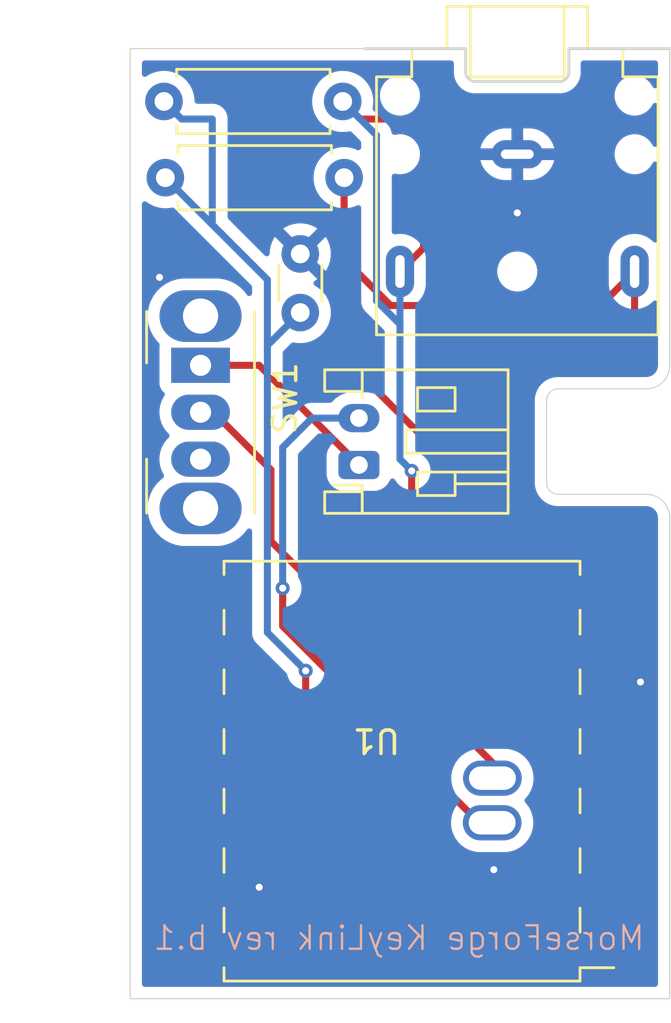
<source format=kicad_pcb>
(kicad_pcb (version 20241229) (generator "pcbnew") (generator_version "9.0")
  (layers (0 "F.Cu" signal) (2 "B.Cu" signal) (13 "F.Paste" user) (15 "B.Paste" user) (5 "F.SilkS" user "F.Silkscreen") (7 "B.SilkS" user "B.Silkscreen") (1 "F.Mask" user) (3 "B.Mask" user) (25 "Edge.Cuts" user))
  (net 0 "")
  (net 1 "Net-(U1-VCC_3V3)")
  (net 2 "GND")
  (net 3 "Net-(J1-Pin_2)")
  (net 12 "/VBAT")
  (net 13 "Net-(SW1-B)")
  (net 14 "Net-(U1-D5)")
  (net 15 "Net-(U1-D6)")
  (net 16 "unconnected-(U1-D1-Pad2)")
  (net 17 "unconnected-(U1-D0-Pad1)")
  (footprint "Button_Switch_THT:SW_Slide_SPDT_Angled_CK_OS102011MA1Q" (layer "F.Cu") (at 90 35 -90)
    (property "Reference" "SW1" (at 1.4 -3.6 270) (layer "F.SilkS"))
    (property "Value" "SW_SPST")
    (fp_line (start -2.3 2.3) (end -0.1 2.3) (stroke (width 0.12)) (layer "F.SilkS"))
    (fp_line (start 4 2.3) (end 6.3 2.3) (stroke (width 0.12)) (layer "F.SilkS"))
    (fp_line (start -2.3 -2.3) (end 6.3 -2.3) (stroke (width 0.12)) (layer "F.SilkS"))
    (pad "" thru_hole oval (at -2.1 0 270) (size 2.2 3.5) (drill 1.5) (layers "*.Cu" "*.Mask"))
    (pad "" thru_hole oval (at 6.1 0 270) (size 2.2 3.5) (drill 1.5) (layers "*.Cu" "*.Mask"))
    (pad "1" thru_hole rect (at 0 0 270) (size 1.5 2.5) (drill 0.9) (layers "*.Cu" "*.Mask") (net 12 "/VBAT"))
    (pad "2" thru_hole oval (at 2 0 270) (size 1.5 2.5) (drill 0.9) (layers "*.Cu" "*.Mask") (net 13 "Net-(SW1-B)"))
    (pad "3" thru_hole oval (at 4 0 270) (size 1.5 2.5) (drill 0.9) (layers "*.Cu" "*.Mask"))
  )
  (footprint "XIAO_ESP32C3:xiao_esp32c3" (layer "F.Cu") (at 97.5 50.5 180)
    (property "Reference" "U1" (at 0 -0.5 180) (layer "F.SilkS"))
    (property "Value" "XIAO ESP32C3")
    (fp_line (start 6.5 6.58) (end 6.5 7.15) (stroke (width 0.12)) (layer "F.SilkS"))
    (fp_line (start 6.5 4.04) (end 6.5 5.06) (stroke (width 0.12)) (layer "F.SilkS"))
    (fp_line (start 6.5 1.5) (end 6.5 2.52) (stroke (width 0.12)) (layer "F.SilkS"))
    (fp_line (start 6.5 -1.04) (end 6.5 -0.02) (stroke (width 0.12)) (layer "F.SilkS"))
    (fp_line (start 6.5 -3.58) (end 6.5 -2.56) (stroke (width 0.12)) (layer "F.SilkS"))
    (fp_line (start 6.5 -6.12) (end 6.5 -5.1) (stroke (width 0.12)) (layer "F.SilkS"))
    (fp_line (start 6.5 -8.66) (end 6.5 -7.64) (stroke (width 0.12)) (layer "F.SilkS"))
    (fp_line (start 6.5 -10.75) (end 6.5 -10.18) (stroke (width 0.12)) (layer "F.SilkS"))
    (fp_line (start -8.675 7.15) (end 6.5 7.15) (stroke (width 0.12)) (layer "F.SilkS"))
    (fp_line (start -8.675 6.58) (end -8.675 7.15) (stroke (width 0.12)) (layer "F.SilkS"))
    (fp_line (start -8.675 4.04) (end -8.675 5.06) (stroke (width 0.12)) (layer "F.SilkS"))
    (fp_line (start -8.675 1.5) (end -8.675 2.52) (stroke (width 0.12)) (layer "F.SilkS"))
    (fp_line (start -8.675 -1.04) (end -8.675 -0.02) (stroke (width 0.12)) (layer "F.SilkS"))
    (fp_line (start -8.675 -3.58) (end -8.675 -2.56) (stroke (width 0.12)) (layer "F.SilkS"))
    (fp_line (start -8.675 -6.12) (end -8.675 -5.1) (stroke (width 0.12)) (layer "F.SilkS"))
    (fp_line (start -8.675 -8.66) (end -8.675 -7.64) (stroke (width 0.12)) (layer "F.SilkS"))
    (fp_line (start -8.675 -10.75) (end 6.5 -10.75) (stroke (width 0.12)) (layer "F.SilkS"))
    (fp_line (start -8.675 -10.75) (end -8.675 -10.18) (stroke (width 0.12)) (layer "F.SilkS"))
    (fp_line (start -10.115 -10.18) (end -8.675 -10.18) (stroke (width 0.12)) (layer "F.SilkS"))
    (pad "1" smd rect (at -8.6 -9.42 180) (size 3.15 1) (layers "F.Cu" "F.Mask" "F.Paste") (net 17 "unconnected-(U1-D0-Pad1)"))
    (pad "2" smd rect (at -8.6 -6.88 180) (size 3.15 1) (layers "F.Cu" "F.Mask" "F.Paste") (net 16 "unconnected-(U1-D1-Pad2)"))
    (pad "3" smd rect (at -8.6 -4.34 180) (size 3.15 1) (layers "F.Cu" "F.Mask" "F.Paste"))
    (pad "4" smd rect (at -8.6 -1.8 180) (size 3.15 1) (layers "F.Cu" "F.Mask" "F.Paste"))
    (pad "5" smd rect (at -8.6 0.74 180) (size 3.15 1) (layers "F.Cu" "F.Mask" "F.Paste"))
    (pad "6" smd rect (at -8.6 3.28 180) (size 3.15 1) (layers "F.Cu" "F.Mask" "F.Paste") (net 14 "Net-(U1-D5)"))
    (pad "7" smd rect (at -8.6 5.82 180) (size 3.15 1) (layers "F.Cu" "F.Mask" "F.Paste") (net 15 "Net-(U1-D6)"))
    (pad "8" smd rect (at 7.425 5.82 180) (size 3.15 1) (layers "F.Cu" "F.Mask" "F.Paste"))
    (pad "9" smd rect (at 7.425 3.28 180) (size 3.15 1) (layers "F.Cu" "F.Mask" "F.Paste"))
    (pad "10" smd rect (at 7.425 0.74 180) (size 3.15 1) (layers "F.Cu" "F.Mask" "F.Paste"))
    (pad "11" smd rect (at 7.425 -1.8 180) (size 3.15 1) (layers "F.Cu" "F.Mask" "F.Paste"))
    (pad "12" smd rect (at 7.425 -4.34 180) (size 3.15 1) (layers "F.Cu" "F.Mask" "F.Paste") (net 1 "Net-(U1-VCC_3V3)"))
    (pad "13" smd rect (at 7.425 -6.88 180) (size 3.15 1) (layers "F.Cu" "F.Mask" "F.Paste") (net 2 "GND"))
    (pad "14" smd rect (at 7.425 -9.42 180) (size 3.15 1) (layers "F.Cu" "F.Mask" "F.Paste"))
    (pad "B+" thru_hole oval (at -4.94 -2.1 180) (size 2.5 1.5) (drill oval 2 1) (layers "*.Cu" "*.Mask") (net 13 "Net-(SW1-B)"))
    (pad "B-" thru_hole oval (at -4.929 -4 180) (size 2.5 1.5) (drill oval 2 1) (layers "*.Cu" "*.Mask") (net 3 "Net-(J1-Pin_2)"))
  )
  (footprint "Capacitor_THT:C_Disc_D3.0mm_W1.6mm_P2.50mm" (layer "F.Cu") (at 94.25 32.75 90)
    (property "Reference" "C1" (hide yes))
    (property "Value" "100nF")
    (fp_line (start 0.485 -0.92) (end 2.015 -0.92) (stroke (width 0.12)) (layer "F.SilkS"))
    (fp_line (start 2.015 0.92) (end 0.485 0.92) (stroke (width 0.12)) (layer "F.SilkS"))
    (pad "1" thru_hole circle (at 0 0 90) (size 1.6 1.6) (drill 0.8) (layers "*.Cu" "*.Mask") (net 1 "Net-(U1-VCC_3V3)"))
    (pad "2" thru_hole circle (at 2.5 0 90) (size 1.6 1.6) (drill 0.8) (layers "*.Cu" "*.Mask") (net 2 "GND"))
  )
  (footprint "Connector_Audio:Jack_3.5mm_CUI_SJ1-3523N_Horizontal" (layer "F.Cu") (at 103.5 26 180)
    (property "Reference" "J2" (hide yes))
    (property "Value" "AudioJack3" (hide yes))
    (fp_line (start 6 3.3) (end 4.5 3.3) (stroke (width 0.12)) (layer "F.SilkS"))
    (fp_line (start 6 -7.7) (end 6 3.3) (stroke (width 0.12)) (layer "F.SilkS"))
    (fp_line (start 4.5 4.5) (end 3 4.5) (stroke (width 0.12)) (layer "F.SilkS"))
    (fp_line (start 4.5 3.3) (end 4.5 4.5) (stroke (width 0.12)) (layer "F.SilkS"))
    (fp_line (start 3 6.3) (end -3 6.3) (stroke (width 0.12)) (layer "F.SilkS"))
    (fp_line (start 3 4.5) (end 3 6.3) (stroke (width 0.12)) (layer "F.SilkS"))
    (fp_line (start 2 6.3) (end 2 3.3) (stroke (width 0.12)) (layer "F.SilkS"))
    (fp_line (start 2 3.3) (end -2 3.3) (stroke (width 0.12)) (layer "F.SilkS"))
    (fp_line (start -2 3.3) (end -2 6.3) (stroke (width 0.12)) (layer "F.SilkS"))
    (fp_line (start -3 6.3) (end -3 4.5) (stroke (width 0.12)) (layer "F.SilkS"))
    (fp_line (start -3 4.5) (end -4.5 4.5) (stroke (width 0.12)) (layer "F.SilkS"))
    (fp_line (start -4.5 4.5) (end -4.5 3.3) (stroke (width 0.12)) (layer "F.SilkS"))
    (fp_line (start -4.5 3.3) (end -6 3.3) (stroke (width 0.12)) (layer "F.SilkS"))
    (fp_line (start -6 3.3) (end -6 -7.7) (stroke (width 0.12)) (layer "F.SilkS"))
    (fp_line (start -6 -7.7) (end 6 -7.7) (stroke (width 0.12)) (layer "F.SilkS"))
    (fp_line (start 2.2 4.5) (end 6.5 4.5) (stroke (width 0.12)) (layer "Edge.Cuts"))
    (fp_line (start 2.2 3.5) (end 2.2 4.5) (stroke (width 0.12)) (layer "Edge.Cuts"))
    (fp_line (start 1.8 3.1) (end -1.8 3.1) (stroke (width 0.12)) (layer "Edge.Cuts"))
    (fp_line (start -2.2 4.5) (end -6.5 4.5) (stroke (width 0.12)) (layer "Edge.Cuts"))
    (fp_line (start -2.2 3.5) (end -2.2 4.5) (stroke (width 0.12)) (layer "Edge.Cuts"))
    (fp_arc (start 1.8 3.1) (mid 2.082843 3.217157) (end 2.2 3.5) (stroke (width 0.12)) (layer "Edge.Cuts"))
    (fp_arc (start -2.2 3.5) (mid -2.082843 3.217158) (end -1.8 3.1) (stroke (width 0.12)) (layer "Edge.Cuts"))
    (pad "" np_thru_hole circle (at -5 0 180) (size 1.2 1.2) (drill 1.2) (layers "*.Cu" "*.Mask"))
    (pad "" np_thru_hole circle (at -5 2.5 180) (size 1.2 1.2) (drill 1.2) (layers "*.Cu" "*.Mask"))
    (pad "" np_thru_hole circle (at 0 -5 180) (size 1.2 1.2) (drill 1.2) (layers "*.Cu" "*.Mask"))
    (pad "" np_thru_hole circle (at 5 0 180) (size 1.2 1.2) (drill 1.2) (layers "*.Cu" "*.Mask"))
    (pad "" np_thru_hole circle (at 5 2.5 180) (size 1.2 1.2) (drill 1.2) (layers "*.Cu" "*.Mask"))
    (pad "R" thru_hole oval (at -5 -5 180) (size 1.2 2.2) (drill oval 0.4 1.4) (layers "*.Cu" "*.Mask") (net 15 "Net-(U1-D6)"))
    (pad "S" thru_hole oval (at 0 0 180) (size 2.2 1.2) (drill oval 1.4 0.4) (layers "*.Cu" "*.Mask") (net 2 "GND"))
    (pad "T" thru_hole oval (at 5 -5) (size 1.2 2.2) (drill oval 0.4 1.4) (layers "*.Cu" "*.Mask") (net 14 "Net-(U1-D5)"))
  )
  (footprint "Resistor_THT:R_Axial_DIN0207_L6.3mm_D2.5mm_P7.62mm_Horizontal" (layer "F.Cu") (at 96.12 27 180)
    (property "Reference" "R2" (hide yes))
    (property "Value" "10k" (hide yes))
    (fp_line (start 7.08 1.37) (end 7.08 1.04) (stroke (width 0.12)) (layer "F.SilkS"))
    (fp_line (start 7.08 -1.37) (end 7.08 -1.04) (stroke (width 0.12)) (layer "F.SilkS"))
    (fp_line (start 0.54 1.37) (end 7.08 1.37) (stroke (width 0.12)) (layer "F.SilkS"))
    (fp_line (start 0.54 1.04) (end 0.54 1.37) (stroke (width 0.12)) (layer "F.SilkS"))
    (fp_line (start 0.54 -1.04) (end 0.54 -1.37) (stroke (width 0.12)) (layer "F.SilkS"))
    (fp_line (start 0.54 -1.37) (end 7.08 -1.37) (stroke (width 0.12)) (layer "F.SilkS"))
    (pad "1" thru_hole circle (at 0 0 180) (size 1.6 1.6) (drill 0.8) (layers "*.Cu" "*.Mask") (net 15 "Net-(U1-D6)"))
    (pad "2" thru_hole circle (at 7.62 0 180) (size 1.6 1.6) (drill 0.8) (layers "*.Cu" "*.Mask") (net 1 "Net-(U1-VCC_3V3)"))
  )
  (footprint "Connector_JST:JST_PH_S2B-PH-K_1x02_P2.00mm_Horizontal" (layer "F.Cu") (at 96.75 39.25 90)
    (property "Reference" "J1" (hide yes))
    (property "Value" "Conn_01x02_Socket" (hide yes))
    (fp_line (start 4.06 -1.46) (end 3.14 -1.46) (stroke (width 0.12)) (layer "F.SilkS"))
    (fp_line (start 3.14 -1.46) (end 3.14 0.14) (stroke (width 0.12)) (layer "F.SilkS"))
    (fp_line (start -1.14 -1.46) (end -2.06 -1.46) (stroke (width 0.12)) (layer "F.SilkS"))
    (fp_line (start -2.06 -1.46) (end -2.06 6.36) (stroke (width 0.12)) (layer "F.SilkS"))
    (fp_line (start 4.06 0.14) (end 3.14 0.14) (stroke (width 0.12)) (layer "F.SilkS"))
    (fp_line (start 3.14 0.14) (end 2.86 0.14) (stroke (width 0.12)) (layer "F.SilkS"))
    (fp_line (start -0.86 0.14) (end -0.86 -1.075) (stroke (width 0.12)) (layer "F.SilkS"))
    (fp_line (start -0.86 0.14) (end -1.14 0.14) (stroke (width 0.12)) (layer "F.SilkS"))
    (fp_line (start -1.14 0.14) (end -1.14 -1.46) (stroke (width 0.12)) (layer "F.SilkS"))
    (fp_line (start -2.06 0.14) (end -1.14 0.14) (stroke (width 0.12)) (layer "F.SilkS"))
    (fp_line (start 1.5 2) (end 1.5 6.36) (stroke (width 0.12)) (layer "F.SilkS"))
    (fp_line (start 0.5 2) (end 1.5 2) (stroke (width 0.12)) (layer "F.SilkS"))
    (fp_line (start -0.3 4.1) (end -0.3 6.36) (stroke (width 0.12)) (layer "F.SilkS"))
    (fp_line (start -0.8 4.1) (end -0.8 6.36) (stroke (width 0.12)) (layer "F.SilkS"))
    (fp_line (start 4.06 6.36) (end 4.06 -1.46) (stroke (width 0.12)) (layer "F.SilkS"))
    (fp_line (start 0.5 6.36) (end 0.5 2) (stroke (width 0.12)) (layer "F.SilkS"))
    (fp_line (start -2.06 6.36) (end 4.06 6.36) (stroke (width 0.12)) (layer "F.SilkS"))
    (fp_rect (start 2.3 2.5) (end 3.3 4.1) (stroke (width 0.12)) (fill no) (layer "F.SilkS"))
    (fp_rect (start -1.3 2.5) (end -0.3 4.1) (stroke (width 0.12)) (fill no) (layer "F.SilkS"))
    (pad "1" thru_hole roundrect (at 0 0 90) (size 1.2 1.75) (drill 0.75) (layers "*.Cu" "*.Mask") (roundrect_rratio 0.208333) (net 12 "/VBAT"))
    (pad "2" thru_hole oval (at 2 0 90) (size 1.2 1.75) (drill 0.75) (layers "*.Cu" "*.Mask") (net 3 "Net-(J1-Pin_2)"))
  )
  (footprint "Resistor_THT:R_Axial_DIN0207_L6.3mm_D2.5mm_P7.62mm_Horizontal" (layer "F.Cu") (at 96.06 23.75 180)
    (property "Reference" "R1" (hide yes))
    (property "Value" "10k" (hide yes))
    (fp_line (start 7.08 1.37) (end 7.08 1.04) (stroke (width 0.12)) (layer "F.SilkS"))
    (fp_line (start 7.08 -1.37) (end 7.08 -1.04) (stroke (width 0.12)) (layer "F.SilkS"))
    (fp_line (start 0.54 1.37) (end 7.08 1.37) (stroke (width 0.12)) (layer "F.SilkS"))
    (fp_line (start 0.54 1.04) (end 0.54 1.37) (stroke (width 0.12)) (layer "F.SilkS"))
    (fp_line (start 0.54 -1.04) (end 0.54 -1.37) (stroke (width 0.12)) (layer "F.SilkS"))
    (fp_line (start 0.54 -1.37) (end 7.08 -1.37) (stroke (width 0.12)) (layer "F.SilkS"))
    (pad "1" thru_hole circle (at 0 0 180) (size 1.6 1.6) (drill 0.8) (layers "*.Cu" "*.Mask") (net 14 "Net-(U1-D5)"))
    (pad "2" thru_hole circle (at 7.62 0 180) (size 1.6 1.6) (drill 0.8) (layers "*.Cu" "*.Mask") (net 1 "Net-(U1-VCC_3V3)"))
  )
  (gr_line (start 97 21.5) (end 95.5 21.5) (stroke (width 0.05)) (layer "Edge.Cuts"))
  (gr_arc (start 109 40.5) (mid 109.707107 40.792893) (end 110 41.5) (stroke (width 0.05)) (layer "Edge.Cuts"))
  (gr_line (start 87 62) (end 95.25 62) (stroke (width 0.05)) (layer "Edge.Cuts"))
  (gr_line (start 110 21.5) (end 110 35) (stroke (width 0.05)) (layer "Edge.Cuts"))
  (gr_line (start 87 21.5) (end 95.5 21.5) (stroke (width 0.05)) (layer "Edge.Cuts"))
  (gr_arc (start 110 35) (mid 109.707107 35.707107) (end 109 36) (stroke (width 0.05)) (layer "Edge.Cuts"))
  (gr_line (start 87 25.75) (end 87 28) (stroke (width 0.05)) (layer "Edge.Cuts"))
  (gr_line (start 105.25 36) (end 109 36) (stroke (width 0.05)) (layer "Edge.Cuts"))
  (gr_line (start 104.75 36.5) (end 104.75 40) (stroke (width 0.05)) (layer "Edge.Cuts"))
  (gr_arc (start 104.75 36.5) (mid 104.896447 36.146447) (end 105.25 36) (stroke (width 0.05)) (layer "Edge.Cuts"))
  (gr_line (start 87 25.75) (end 87 21.5) (stroke (width 0.05)) (layer "Edge.Cuts"))
  (gr_line (start 105.25 40.5) (end 109 40.5) (stroke (width 0.05)) (layer "Edge.Cuts"))
  (gr_line (start 110 41.5) (end 110 62) (stroke (width 0.05)) (layer "Edge.Cuts"))
  (gr_arc (start 105.25 40.5) (mid 104.896447 40.353553) (end 104.75 40) (stroke (width 0.05)) (layer "Edge.Cuts"))
  (gr_line (start 102.5 62) (end 110 62) (stroke (width 0.05)) (layer "Edge.Cuts"))
  (gr_line (start 87 28) (end 87 62) (stroke (width 0.05)) (layer "Edge.Cuts"))
  (gr_line (start 95.25 62) (end 102.5 62) (stroke (width 0.05)) (layer "Edge.Cuts"))
  (gr_text "MorseForge KeyLink rev b.1" (at 109 60 0) (layer "B.SilkS") (effects (font (size 1 1) (thickness 0.1)) (justify left bottom mirror)))
  (segment (start 90.075 54.84) (end 91.15 54.84) (width 0.3) (layer "F.Cu") (net 1))
  (segment (start 91.15 54.84) (end 94.47988 51.51012) (width 0.3) (layer "F.Cu") (net 1))
  (segment (start 94.47988 51.51012) (end 94.47988 48.02012) (width 0.3) (layer "F.Cu") (net 1))
  (via (at 94.47988 48.02012) (size 0.6) (drill 0.3) (layers "F.Cu" "B.Cu") (net 1))
  (segment (start 92.849 34.151) (end 92.849 31.349) (width 0.3) (layer "B.Cu") (net 1))
  (segment (start 90.5 24.5) (end 89.19 24.5) (width 0.3) (layer "B.Cu") (net 1))
  (segment (start 92.849 31.349) (end 90.5 29) (width 0.3) (layer "B.Cu") (net 1))
  (segment (start 94.47988 48.02012) (end 92.849 46.38924) (width 0.3) (layer "B.Cu") (net 1))
  (segment (start 90.5 29) (end 88.5 27) (width 0.3) (layer "B.Cu") (net 1))
  (segment (start 90.5 29) (end 90.5 24.5) (width 0.3) (layer "B.Cu") (net 1))
  (segment (start 92.849 34.151) (end 94.25 32.75) (width 0.3) (layer "B.Cu") (net 1))
  (segment (start 89.19 24.5) (end 88.44 23.75) (width 0.3) (layer "B.Cu") (net 1))
  (segment (start 92.849 46.38924) (end 92.849 34.151) (width 0.3) (layer "B.Cu") (net 1))
  (segment (start 92.37 57.38) (end 92.5 57.25) (width 0.3) (layer "F.Cu") (net 2))
  (segment (start 90.075 57.38) (end 92.37 57.38) (width 0.3) (layer "F.Cu") (net 2))
  (via (at 92.5 57.25) (size 0.6) (drill 0.3) (layers "F.Cu" "B.Cu") (net 2))
  (via (at 103.5 28.5) (size 0.6) (drill 0.3) (layers "F.Cu" "B.Cu") (net 2))
  (via (at 88.25 31.25) (size 0.6) (drill 0.3) (layers "F.Cu" "B.Cu") (net 2))
  (via (at 102.5 56.5) (size 0.6) (drill 0.3) (layers "F.Cu" "B.Cu") (net 2))
  (via (at 108.75 48.5) (size 0.6) (drill 0.3) (layers "F.Cu" "B.Cu") (net 2))
  (segment (start 93.5 46.121) (end 93.5 44.5) (width 0.3) (layer "F.Cu") (net 3))
  (segment (start 101.6 54.5) (end 102.429 54.5) (width 0.3) (layer "F.Cu") (net 3))
  (segment (start 102.429 54.5) (end 101.879 54.5) (width 0.3) (layer "F.Cu") (net 3))
  (segment (start 101.879 54.5) (end 93.5 46.121) (width 0.3) (layer "F.Cu") (net 3))
  (via (at 93.5 44.5) (size 0.6) (drill 0.3) (layers "F.Cu" "B.Cu") (net 3))
  (segment (start 94.75 37.25) (end 96.75 37.25) (width 0.3) (layer "B.Cu") (net 3))
  (segment (start 93.5 38.5) (end 94.75 37.25) (width 0.3) (layer "B.Cu") (net 3))
  (segment (start 93.5 44.5) (end 93.5 38.5) (width 0.3) (layer "B.Cu") (net 3))
  (segment (start 92.5 35) (end 96.75 39.25) (width 0.3) (layer "F.Cu") (net 12))
  (segment (start 90 35) (end 92.5 35) (width 0.3) (layer "F.Cu") (net 12))
  (segment (start 93 42.5) (end 93 39.45) (width 0.3) (layer "F.Cu") (net 13))
  (segment (start 102.44 52.6) (end 102.44 51.94) (width 0.3) (layer "F.Cu") (net 13))
  (segment (start 93 39.45) (end 90.55 37) (width 0.3) (layer "F.Cu") (net 13))
  (segment (start 90.55 37) (end 90 37) (width 0.3) (layer "F.Cu") (net 13))
  (segment (start 102.44 52.6) (end 101.89 52.6) (width 0.3) (layer "F.Cu") (net 13))
  (segment (start 102.44 51.94) (end 93 42.5) (width 0.3) (layer "F.Cu") (net 13))
  (segment (start 98.416628 24.501) (end 96.811 24.501) (width 0.3) (layer "F.Cu") (net 14))
  (segment (start 99 41.195) (end 99 39.5) (width 0.3) (layer "F.Cu") (net 14))
  (segment (start 105.025 47.22) (end 99 41.195) (width 0.3) (layer "F.Cu") (net 14))
  (segment (start 99.501 29.999) (end 99.501 25.585372) (width 0.3) (layer "F.Cu") (net 14))
  (segment (start 98.5 31) (end 99.501 29.999) (width 0.3) (layer "F.Cu") (net 14))
  (segment (start 96.811 24.501) (end 96.06 23.75) (width 0.3) (layer "F.Cu") (net 14))
  (segment (start 107.175 47.22) (end 106.1 47.22) (width 0.3) (layer "F.Cu") (net 14))
  (segment (start 99.501 25.585372) (end 98.416628 24.501) (width 0.3) (layer "F.Cu") (net 14))
  (segment (start 106.1 47.22) (end 105.025 47.22) (width 0.3) (layer "F.Cu") (net 14))
  (via (at 99 39.5) (size 0.6) (drill 0.3) (layers "F.Cu" "B.Cu") (net 14))
  (segment (start 97.499 32.249) (end 97.499 25.189) (width 0.3) (layer "B.Cu") (net 14))
  (segment (start 97.499 25.189) (end 96.06 23.75) (width 0.3) (layer "B.Cu") (net 14))
  (segment (start 98.5 33.25) (end 98.5 31) (width 0.3) (layer "B.Cu") (net 14))
  (segment (start 99 39.5) (end 98.5 39) (width 0.3) (layer "B.Cu") (net 14))
  (segment (start 98.5 39) (end 98.5 33.25) (width 0.3) (layer "B.Cu") (net 14))
  (segment (start 98.5 33.25) (end 97.499 32.249) (width 0.3) (layer "B.Cu") (net 14))
  (segment (start 96.12 30.464917) (end 98.106083 32.451) (width 0.3) (layer "F.Cu") (net 15))
  (segment (start 107.049 32.451) (end 108.5 31) (width 0.3) (layer "F.Cu") (net 15))
  (segment (start 106.1 44.68) (end 96.12 34.7) (width 0.3) (layer "F.Cu") (net 15))
  (segment (start 108.5 31) (end 108.5 33) (width 0.3) (layer "F.Cu") (net 15))
  (segment (start 98.106083 32.451) (end 107.049 32.451) (width 0.3) (layer "F.Cu") (net 15))
  (segment (start 96.12 27) (end 96.12 30.464917) (width 0.3) (layer "F.Cu") (net 15))
  (segment (start 103 36.829347) (end 103 40.25) (width 0.3) (layer "F.Cu") (net 15))
  (segment (start 103 40.25) (end 106.1 43.35) (width 0.3) (layer "F.Cu") (net 15))
  (segment (start 106.329347 33.5) (end 103 36.829347) (width 0.3) (layer "F.Cu") (net 15))
  (segment (start 96.12 34.7) (end 96.12 27) (width 0.3) (layer "F.Cu") (net 15))
  (segment (start 108 33.5) (end 106.329347 33.5) (width 0.3) (layer "F.Cu") (net 15))
  (segment (start 108.5 33) (end 108 33.5) (width 0.3) (layer "F.Cu") (net 15))
  (segment (start 106.1 43.35) (end 106.1 44.68) (width 0.3) (layer "F.Cu") (net 15))
  (segment (start 107.175 57.38) (end 106.1 57.38) (width 0.3) (layer "F.Cu") (net 16))
  (segment (start 107.175 59.92) (end 106.1 59.92) (width 0.3) (layer "F.Cu") (net 17))
  (zone (net 2) (net_name "GND") (layer "B.Cu") (connect_pads (clearance 0.5)) (min_thickness 0.25) (fill yes (thermal_gap 0.5) (thermal_bridge_width 0.5))
    (polygon (pts (xy 87 22) (xy 110 22) (xy 110 62) (xy 87 62)))
  )
)
</source>
